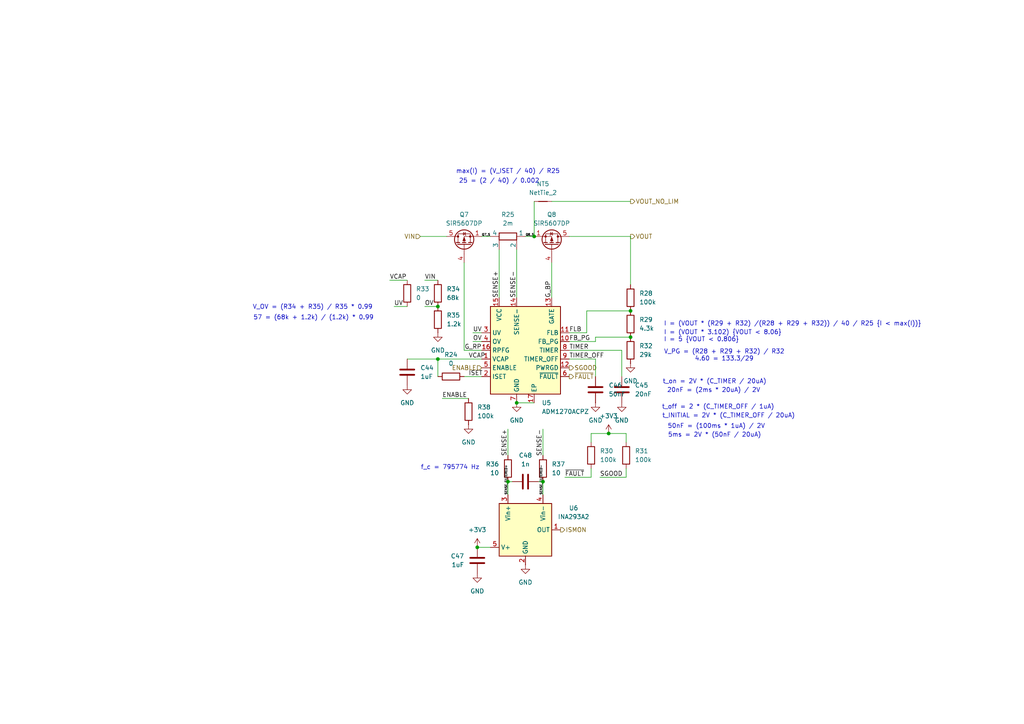
<source format=kicad_sch>
(kicad_sch (version 20231120) (generator "eeschema") (generator_version "8.0")
  (paper "A4")
  (lib_symbols
    (symbol "Amplifier_Current:INA281A2"
      (property "Reference" "U" (at -7.62 10.795 0))
      (property "Value" "INA281A2" (at -7.62 8.89 0))
      (symbol "INA281A2_0_1"
        (rectangle (start -7.62 7.62) (end 7.62 -7.62) (stroke (width 0.254)) (fill (type background)))
      )
      (symbol "INA281A2_1_1"
        (pin output line (at 10.16 0 180) (length 2.54) (name "OUT") (number "1"))
        (pin power_in line (at 0 -10.16 90) (length 2.54) (name "GND") (number "2"))
        (pin input line (at -5.08 10.16 270) (length 2.54) (name "Vin+") (number "3"))
        (pin input line (at 5.08 10.16 270) (length 2.54) (name "Vin-") (number "4"))
        (pin power_in line (at -10.16 -5.08 0) (length 2.54) (name "V+") (number "5"))
      )
    )
    (symbol "Device:C" (pin_numbers hide) (pin_names (offset 0.254))
      (property "Reference" "C" (at 0.635 2.54 0))
      (property "Value" "C" (at 0.635 -2.54 0))
      (symbol "C_0_1"
        (polyline (pts (xy -2.032 -0.762) (xy 2.032 -0.762)) (stroke (width 0.508)))
        (polyline (pts (xy -2.032 0.762) (xy 2.032 0.762)) (stroke (width 0.508)))
      )
      (symbol "C_1_1"
        (pin passive line (at 0 3.81 270) (length 2.794) (name "~") (number "1"))
        (pin passive line (at 0 -3.81 90) (length 2.794) (name "~") (number "2"))
      )
    )
    (symbol "Device:NetTie_2" (pin_numbers hide) (pin_names (offset 0) hide) (in_bom no)
      (property "Reference" "NT" (at 0 1.27 0))
      (property "Value" "NetTie_2" (at 0 -1.27 0))
      (symbol "NetTie_2_0_1"
        (polyline (pts (xy -1.27 0) (xy 1.27 0)) (stroke (width 0.254)))
      )
      (symbol "NetTie_2_1_1"
        (pin passive line (at -2.54 0 0) (length 2.54) (name "1") (number "1"))
        (pin passive line (at 2.54 0 180) (length 2.54) (name "2") (number "2"))
      )
    )
    (symbol "Device:R" (pin_numbers hide) (pin_names (offset 0))
      (property "Reference" "R" (at 2.032 0 90))
      (property "Value" "R" (at 0 0 90))
      (symbol "R_0_1"
        (rectangle (start -1.016 -2.54) (end 1.016 2.54) (stroke (width 0.254)))
      )
      (symbol "R_1_1"
        (pin passive line (at 0 3.81 270) (length 1.27) (name "~") (number "1"))
        (pin passive line (at 0 -3.81 90) (length 1.27) (name "~") (number "2"))
      )
    )
    (symbol "Device:R_Shunt" (pin_numbers hide) (pin_names (offset 0))
      (property "Reference" "R" (at -4.445 0 90))
      (property "Value" "R_Shunt" (at -2.54 0 90))
      (symbol "R_Shunt_0_1"
        (rectangle (start -1.016 -2.54) (end 1.016 2.54) (stroke (width 0.254)))
        (polyline (pts (xy 0 -2.54) (xy 1.27 -2.54)))
        (polyline (pts (xy 1.27 2.54) (xy 0 2.54)))
      )
      (symbol "R_Shunt_1_1"
        (pin passive line (at 0 5.08 270) (length 2.54) (name "1") (number "1"))
        (pin passive line (at 3.81 2.54 180) (length 2.54) (name "2") (number "2"))
        (pin passive line (at 3.81 -2.54 180) (length 2.54) (name "3") (number "3"))
        (pin passive line (at 0 -5.08 90) (length 2.54) (name "4") (number "4"))
      )
    )
    (symbol "Power_Management:ADM1270ACPZ"
      (property "Reference" "U" (at -8.89 -15.24 0))
      (property "Value" "ADM1270ACPZ" (at 2.54 -15.24 0))
      (symbol "ADM1270ACPZ_0_1"
        (rectangle (start -10.16 12.7) (end 10.16 -12.7) (stroke (width 0.254)) (fill (type background)))
      )
      (symbol "ADM1270ACPZ_1_0"
        (pin passive line (at 2.54 -15.24 90) (length 2.54) (name "EP") (number "17"))
        (pin power_in line (at -2.54 -15.24 90) (length 2.54) (name "GND") (number "7"))
      )
      (symbol "ADM1270ACPZ_1_1"
        (pin power_out line (at -12.7 -2.54 0) (length 2.54) (name "VCAP") (number "1"))
        (pin input line (at 12.7 2.54 180) (length 2.54) (name "FB_PG") (number "10"))
        (pin input line (at 12.7 5.08 180) (length 2.54) (name "FLB") (number "11"))
        (pin open_collector line (at 12.7 -5.08 180) (length 2.54) (name "PWRGD") (number "12"))
        (pin output line (at 7.62 15.24 270) (length 2.54) (name "GATE") (number "13"))
        (pin input line (at -2.54 15.24 270) (length 2.54) (name "SENSE-") (number "14"))
        (pin power_in line (at -7.62 15.24 270) (length 2.54) (name "VCC") (number "15"))
        (pin output line (at -12.7 0 0) (length 2.54) (name "RPFG") (number "16"))
        (pin input line (at -12.7 -7.62 0) (length 2.54) (name "ISET") (number "2"))
        (pin input line (at -12.7 5.08 0) (length 2.54) (name "UV") (number "3"))
        (pin input line (at -12.7 2.54 0) (length 2.54) (name "OV") (number "4"))
        (pin input line (at -12.7 -5.08 0) (length 2.54) (name "ENABLE") (number "5"))
        (pin open_collector line (at 12.7 -7.62 180) (length 2.54) (name "~{FAULT}") (number "6"))
        (pin input line (at 12.7 0 180) (length 2.54) (name "TIMER") (number "8"))
        (pin input line (at 12.7 -2.54 180) (length 2.54) (name "TIMER_OFF") (number "9"))
      )
    )
    (symbol "Transistor_FET:AON6411" (pin_names hide)
      (property "Reference" "Q" (at 5.08 1.905 0))
      (property "Value" "AON6411" (at 5.08 0 0))
      (symbol "AON6411_0_1"
        (polyline (pts (xy 0.254 0) (xy -2.54 0)))
        (polyline (pts (xy 0.254 1.905) (xy 0.254 -1.905)) (stroke (width 0.254)))
        (polyline (pts (xy 0.762 -1.27) (xy 0.762 -2.286)) (stroke (width 0.254)))
        (polyline (pts (xy 0.762 0.508) (xy 0.762 -0.508)) (stroke (width 0.254)))
        (polyline (pts (xy 0.762 2.286) (xy 0.762 1.27)) (stroke (width 0.254)))
        (polyline (pts (xy 2.54 2.54) (xy 2.54 1.778)))
        (polyline (pts (xy 2.54 -2.54) (xy 2.54 0) (xy 0.762 0)))
        (polyline (pts (xy 0.762 1.778) (xy 3.302 1.778) (xy 3.302 -1.778) (xy 0.762 -1.778)))
        (polyline (pts (xy 2.286 0) (xy 1.27 0.381) (xy 1.27 -0.381) (xy 2.286 0)) (fill (type outline)))
        (polyline (pts (xy 2.794 -0.508) (xy 2.921 -0.381) (xy 3.683 -0.381) (xy 3.81 -0.254)))
        (polyline (pts (xy 3.302 -0.381) (xy 2.921 0.254) (xy 3.683 0.254) (xy 3.302 -0.381)))
        (circle (center 1.651 0) (radius 2.794) (stroke (width 0.254)))
        (circle (center 2.54 -1.778) (radius 0.254) (fill (type outline)))
        (circle (center 2.54 1.778) (radius 0.254) (fill (type outline)))
      )
      (symbol "AON6411_1_1"
        (pin passive line (at 2.54 -5.08 90) (length 2.54) (name "S") (number "1"))
        (pin passive line (at 2.54 -5.08 90) (length 2.54) hide (name "S") (number "2"))
        (pin passive line (at 2.54 -5.08 90) (length 2.54) hide (name "S") (number "3"))
        (pin input line (at -5.08 0 0) (length 2.54) (name "G") (number "4"))
        (pin passive line (at 2.54 5.08 270) (length 2.54) (name "D") (number "5"))
      )
    )
    (symbol "power:+3V3" (power) (pin_numbers hide) (pin_names (offset 0) hide)
      (property "Value" "+3V3" (at 0 3.556 0))
      (symbol "+3V3_0_1"
        (polyline (pts (xy -0.762 1.27) (xy 0 2.54)))
        (polyline (pts (xy 0 0) (xy 0 2.54)))
        (polyline (pts (xy 0 2.54) (xy 0.762 1.27)))
      )
      (symbol "+3V3_1_1"
        (pin power_in line (at 0 0 90) (length 0) (name "~") (number "1"))
      )
    )
    (symbol "power:GND" (power) (pin_numbers hide) (pin_names (offset 0) hide)
      (property "Value" "GND" (at 0 -3.81 0))
      (symbol "GND_0_1"
        (polyline (pts (xy 0 0) (xy 0 -1.27) (xy 1.27 -1.27) (xy 0 -2.54) (xy -1.27 -1.27) (xy 0 -1.27)))
      )
      (symbol "GND_1_1"
        (pin power_in line (at 0 0 270) (length 0) (name "~") (number "1"))
      )
    )
  )
  (junction (at 157.48 139.7))
  (junction (at 176.53 125.73))
  (junction (at 149.86 116.84))
  (junction (at 182.88 90.17))
  (junction (at 127 104.14))
  (junction (at 127 88.9))
  (junction (at 154.94 68.58))
  (junction (at 138.43 158.75))
  (junction (at 182.88 97.79))
  (junction (at 147.32 139.7))
  (wire (pts (xy 172.72 104.14) (xy 172.72 109.22)))
  (wire (pts (xy 154.94 58.42) (xy 154.94 68.58)))
  (wire (pts (xy 113.03 81.28) (xy 118.11 81.28)))
  (wire (pts (xy 157.48 139.7) (xy 157.48 143.51)))
  (wire (pts (xy 181.61 125.73) (xy 181.61 128.27)))
  (wire (pts (xy 147.32 139.7) (xy 148.59 139.7)))
  (wire (pts (xy 139.7 68.58) (xy 142.24 68.58)))
  (wire (pts (xy 165.1 96.52) (xy 170.18 96.52)))
  (wire (pts (xy 171.45 138.43) (xy 171.45 135.89)))
  (wire (pts (xy 152.4 68.58) (xy 154.94 68.58)))
  (wire (pts (xy 160.02 86.36) (xy 160.02 76.2)))
  (wire (pts (xy 149.86 116.84) (xy 154.94 116.84)))
  (wire (pts (xy 144.78 86.36) (xy 144.78 72.39)))
  (wire (pts (xy 137.16 99.06) (xy 139.7 99.06)))
  (wire (pts (xy 165.1 101.6) (xy 180.34 101.6)))
  (wire (pts (xy 134.62 101.6) (xy 134.62 76.2)))
  (wire (pts (xy 157.48 124.46) (xy 157.48 132.08)))
  (wire (pts (xy 118.11 104.14) (xy 127 104.14)))
  (wire (pts (xy 160.02 58.42) (xy 182.88 58.42)))
  (wire (pts (xy 149.86 72.39) (xy 149.86 86.36)))
  (wire (pts (xy 114.3 88.9) (xy 118.11 88.9)))
  (wire (pts (xy 171.45 125.73) (xy 171.45 128.27)))
  (wire (pts (xy 127 104.14) (xy 127 109.22)))
  (wire (pts (xy 139.7 101.6) (xy 134.62 101.6)))
  (wire (pts (xy 176.53 125.73) (xy 181.61 125.73)))
  (wire (pts (xy 180.34 101.6) (xy 180.34 109.22)))
  (wire (pts (xy 123.19 88.9) (xy 127 88.9)))
  (wire (pts (xy 170.18 90.17) (xy 170.18 96.52)))
  (wire (pts (xy 182.88 68.58) (xy 182.88 82.55)))
  (wire (pts (xy 128.27 115.57) (xy 135.89 115.57)))
  (wire (pts (xy 137.16 96.52) (xy 139.7 96.52)))
  (wire (pts (xy 173.99 138.43) (xy 181.61 138.43)))
  (wire (pts (xy 165.1 104.14) (xy 172.72 104.14)))
  (wire (pts (xy 170.18 90.17) (xy 182.88 90.17)))
  (wire (pts (xy 147.32 139.7) (xy 147.32 143.51)))
  (wire (pts (xy 182.88 97.79) (xy 172.72 97.79)))
  (wire (pts (xy 181.61 138.43) (xy 181.61 135.89)))
  (wire (pts (xy 165.1 68.58) (xy 182.88 68.58)))
  (wire (pts (xy 147.32 124.46) (xy 147.32 132.08)))
  (wire (pts (xy 139.7 104.14) (xy 127 104.14)))
  (wire (pts (xy 129.54 68.58) (xy 121.92 68.58)))
  (wire (pts (xy 138.43 158.75) (xy 142.24 158.75)))
  (wire (pts (xy 163.83 138.43) (xy 171.45 138.43)))
  (wire (pts (xy 156.21 139.7) (xy 157.48 139.7)))
  (wire (pts (xy 134.62 109.22) (xy 139.7 109.22)))
  (wire (pts (xy 171.45 125.73) (xy 176.53 125.73)))
  (wire (pts (xy 123.19 81.28) (xy 127 81.28)))
  (wire (pts (xy 172.72 97.79) (xy 172.72 99.06)))
  (wire (pts (xy 165.1 99.06) (xy 172.72 99.06)))
  (text "57 = (68k + 1.2k) / (1.2k) * 0.99" (at 90.932 92.202 0) (effects (font (size 1.27 1.27))))
  (text "I = (VOUT * (R29 + R32) /(R28 + R29 + R32)) / 40 / R25 {I < max(I))}" (at 192.532 93.98 0) (effects (font (size 1.27 1.27)) (justify left)))
  (text "V_OV = (R34 + R35) / R35 * 0.99" (at 90.678 89.154 0) (effects (font (size 1.27 1.27))))
  (text "t_off = 2 * (C_TIMER_OFF / 1uA)\n\n" (at 208.28 119.126 0) (effects (font (size 1.27 1.27))))
  (text "t_on = 2V * (C_TIMER / 20uA)\n" (at 207.264 110.744 0) (effects (font (size 1.27 1.27))))
  (text "V_PG = (R28 + R29 + R32) / R32\n4.60 = 133.3/29" (at 210.058 103.124 0) (effects (font (size 1.27 1.27))))
  (text "5ms = 2V * (50nF / 20uA)" (at 207.264 126.238 0) (effects (font (size 1.27 1.27))))
  (text "max(I) = (V_ISET / 40) / R25\n\n" (at 147.32 50.8 0) (effects (font (size 1.27 1.27))))
  (text "f_c = 795774 Hz" (at 130.556 135.636 0) (effects (font (size 1.27 1.27))))
  (text "I = (VOUT * 3.102) {VOUT < 8.06}\nI = 5 {VOUT < 0.806}" (at 192.532 97.536 0) (effects (font (size 1.27 1.27)) (justify left)))
  (text "50nF = (100ms * 1uA) / 2V" (at 207.772 123.698 0) (effects (font (size 1.27 1.27))))
  (text "25 = (2 / 40) / 0.002\n\n" (at 144.78 53.594 0) (effects (font (size 1.27 1.27))))
  (text "t_INITIAL = 2V * (C_TIMER_OFF / 20uA)" (at 211.328 120.65 0) (effects (font (size 1.27 1.27))))
  (text "20nF = (2ms * 20uA) / 2V" (at 207.01 113.284 0) (effects (font (size 1.27 1.27))))
  (label "TIMER_OFF" (at 165.1 104.14 0))
  (label "Q8_S" (at 152.4 68.58 0) (effects (font (size 0.635 0.635))))
  (label "VCAP" (at 113.03 81.28 0))
  (label "Q7_S" (at 139.7 68.58 0) (effects (font (size 0.635 0.635))))
  (label "SENSE+" (at 144.78 86.36 90))
  (label "SENSE_FILTERED+" (at 147.32 143.51 90) (effects (font (size 0.635 0.635))))
  (label "~{FAULT}" (at 163.83 138.43 0))
  (label "SENSE_FILTERED-" (at 157.48 143.51 90) (effects (font (size 0.635 0.635))))
  (label "ISET" (at 135.89 109.22 0))
  (label "OV" (at 123.19 88.9 0))
  (label "VCAP" (at 135.89 104.14 0))
  (label "G_BP" (at 160.02 86.36 90))
  (label "FLB" (at 165.1 96.52 0))
  (label "TIMER" (at 165.1 101.6 0))
  (label "SENSE-" (at 157.48 124.46 270))
  (label "FB_PG" (at 165.1 99.06 0))
  (label "UV" (at 137.16 96.52 0))
  (label "SGOOD" (at 173.99 138.43 0))
  (label "SENSE-" (at 149.86 86.36 90))
  (label "OV" (at 137.16 99.06 0))
  (label "ENABLE" (at 128.27 115.57 0))
  (label "VIN" (at 123.19 81.28 0))
  (label "UV" (at 114.3 88.9 0))
  (label "G_RP" (at 139.7 101.6 180))
  (label "SENSE+" (at 147.32 124.46 270))
  (hierarchical_label "VOUT" (shape output) (at 182.88 68.58 0))
  (hierarchical_label "VIN" (shape input) (at 121.92 68.58 180))
  (hierarchical_label "ISMON" (shape output) (at 162.56 153.67 0))
  (hierarchical_label "~{FAULT}" (shape output) (at 165.1 109.22 0))
  (hierarchical_label "SGOOD" (shape output) (at 165.1 106.68 0))
  (hierarchical_label "ENABLE" (shape input) (at 139.7 106.68 180))
  (hierarchical_label "VOUT_NO_LIM" (shape output) (at 182.88 58.42 0))
  (symbol (lib_id "power:+3V3") (at 176.53 125.73 0) (unit 1)
    (property "Reference" "#PWR013" (effects (hide yes)))
    (property "Value" "+3V3" (at 176.53 120.65 0))
    (property "Description" "Power symbol creates a global label with name \"+3V3\"" (effects (hide yes)))
  )
  (symbol (lib_id "Device:R") (at 182.88 86.36 180) (unit 1)
    (property "Reference" "R28" (at 185.42 85.0899 0) (effects (justify right)))
    (property "Value" "100k" (at 185.42 87.6299 0) (effects (justify right)))
    (property "Description" "Resistor" (effects (hide yes)))
  )
  (symbol (lib_id "Device:R") (at 171.45 132.08 180) (unit 1)
    (property "Reference" "R30" (at 173.99 130.8099 0) (effects (justify right)))
    (property "Value" "100k" (at 173.99 133.3499 0) (effects (justify right)))
    (property "Description" "Resistor" (effects (hide yes)))
  )
  (symbol (lib_id "Device:R") (at 118.11 85.09 180) (unit 1)
    (property "Reference" "R33" (at 120.65 83.8199 0) (effects (justify right)))
    (property "Value" "0" (at 120.65 86.3599 0) (effects (justify right)))
    (property "Description" "Resistor" (effects (hide yes)))
  )
  (symbol (lib_id "power:GND") (at 127 96.52 0) (unit 1)
    (property "Reference" "#PWR041" (effects (hide yes)))
    (property "Value" "GND" (at 127 101.6 0))
    (property "Description" "Power symbol creates a global label with name \"GND\" , ground" (effects (hide yes)))
  )
  (symbol (lib_id "Transistor_FET:AON6411") (at 134.62 71.12 90) (unit 1)
    (property "Reference" "Q7" (at 134.62 62.23 90))
    (property "Value" "SiR5607DP" (at 134.62 64.77 90))
    (property "Footprint" "Package_DFN_QFN:AO_DFN-8-1EP_5.55x5.2mm_P1.27mm_EP4.12x4.6mm" (effects (hide yes)))
    (property "Datasheet" "https://www.vishay.com/docs/62247/sir5607dp.pdf" (effects (hide yes)))
    (property "Sim.Device" "PMOS" (effects (hide yes)))
    (property "Sim.Type" "VDMOS" (effects (hide yes)))
    (property "Sim.Pins" "1=D 2=G 3=S" (effects (hide yes)))
  )
  (symbol (lib_id "Device:R") (at 130.81 109.22 90) (unit 1)
    (property "Reference" "R24" (at 130.81 102.87 90))
    (property "Value" "0" (at 130.81 105.41 90))
    (property "Description" "Resistor" (effects (hide yes)))
  )
  (symbol (lib_id "Device:C") (at 118.11 107.95 0) (unit 1)
    (property "Reference" "C44" (at 121.92 106.6799 0) (effects (justify left)))
    (property "Value" "1uF" (at 121.92 109.2199 0) (effects (justify left)))
    (property "Description" "Unpolarized capacitor" (effects (hide yes)))
  )
  (symbol (lib_id "Device:R") (at 127 92.71 180) (unit 1)
    (property "Reference" "R35" (at 129.54 91.4399 0) (effects (justify right)))
    (property "Value" "1.2k" (at 129.54 93.9799 0) (effects (justify right)))
    (property "Description" "Resistor" (effects (hide yes)))
  )
  (symbol (lib_id "Device:R") (at 157.48 135.89 180) (unit 1)
    (property "Reference" "R37" (at 160.02 134.6199 0) (effects (justify right)))
    (property "Value" "10" (at 160.02 137.1599 0) (effects (justify right)))
    (property "Description" "Resistor" (effects (hide yes)))
  )
  (symbol (lib_id "Power_Management:ADM1270ACPZ") (at 152.4 101.6 0) (unit 1)
    (property "Reference" "U5" (at 157.1341 116.84 0) (effects (justify left)))
    (property "Value" "ADM1270ACPZ" (at 157.1341 119.38 0) (effects (justify left)))
    (property "Footprint" "Package_CSP:LFCSP-16-1EP_3x3mm_P0.5mm_EP1.5x1.5mm" (effects (hide yes)))
    (property "Datasheet" "https://www.analog.com/media/en/technical-documentation/data-sheets/ADM1270.pdf" (effects (hide yes)))
    (property "Description" "High Voltage Input Protection Device" (effects (hide yes)))
  )
  (symbol (lib_id "Amplifier_Current:INA281A2") (at 152.4 153.67 0) (unit 1)
    (property "Reference" "U6" (at 166.37 147.3514 0))
    (property "Value" "INA293A2" (at 166.37 149.8914 0))
    (property "Footprint" "Package_TO_SOT_SMD:SOT-23-5" (effects (hide yes)))
    (property "Datasheet" "https://www.ti.com/lit/ds/symlink/ina293.pdf" (effects (hide yes)))
    (property "Description" "-4...+110V High Voltage Current Shunt Monitor, 50V/V gain, 1.3 MHz bandwidth,  2.7..20Vcc, 55uV offset voltage, SOT-23-5" (effects (hide yes)))
  )
  (symbol (lib_id "Transistor_FET:AON6411") (at 160.02 71.12 270) (mirror x) (unit 1)
    (property "Reference" "Q8" (at 160.02 62.23 90))
    (property "Value" "SiR5607DP" (at 160.02 64.77 90))
    (property "Footprint" "Package_DFN_QFN:AO_DFN-8-1EP_5.55x5.2mm_P1.27mm_EP4.12x4.6mm" (effects (hide yes)))
    (property "Datasheet" "https://www.vishay.com/docs/62247/sir5607dp.pdf" (effects (hide yes)))
    (property "Sim.Device" "PMOS" (effects (hide yes)))
    (property "Sim.Type" "VDMOS" (effects (hide yes)))
    (property "Sim.Pins" "1=D 2=G 3=S" (effects (hide yes)))
  )
  (symbol (lib_id "Device:R") (at 127 85.09 180) (unit 1)
    (property "Reference" "R34" (at 129.54 83.8199 0) (effects (justify right)))
    (property "Value" "68k" (at 129.54 86.3599 0) (effects (justify right)))
    (property "Description" "Resistor" (effects (hide yes)))
  )
  (symbol (lib_id "Device:C") (at 152.4 139.7 270) (unit 1)
    (property "Reference" "C48" (at 152.4 132.08 90))
    (property "Value" "1n" (at 152.4 134.62 90))
    (property "Description" "Unpolarized capacitor" (effects (hide yes)))
  )
  (symbol (lib_id "Device:R") (at 182.88 93.98 180) (unit 1)
    (property "Reference" "R29" (at 185.42 92.7099 0) (effects (justify right)))
    (property "Value" "4.3k" (at 185.42 95.2499 0) (effects (justify right)))
    (property "Description" "Resistor" (effects (hide yes)))
  )
  (symbol (lib_id "Device:R") (at 147.32 135.89 180) (unit 1)
    (property "Reference" "R36" (at 144.78 134.6199 0) (effects (justify left)))
    (property "Value" "10" (at 144.78 137.1599 0) (effects (justify left)))
    (property "Description" "Resistor" (effects (hide yes)))
  )
  (symbol (lib_id "Device:C") (at 172.72 113.03 0) (unit 1)
    (property "Reference" "C46" (at 176.53 111.7599 0) (effects (justify left)))
    (property "Value" "50nF" (at 176.53 114.2999 0) (effects (justify left)))
    (property "Description" "Unpolarized capacitor" (effects (hide yes)))
  )
  (symbol (lib_id "power:GND") (at 118.11 111.76 0) (unit 1)
    (property "Reference" "#PWR08" (effects (hide yes)))
    (property "Value" "GND" (at 118.11 116.84 0))
    (property "Description" "Power symbol creates a global label with name \"GND\" , ground" (effects (hide yes)))
  )
  (symbol (lib_id "power:GND") (at 180.34 116.84 0) (unit 1)
    (property "Reference" "#PWR020" (effects (hide yes)))
    (property "Value" "GND" (at 180.34 121.92 0))
    (property "Description" "Power symbol creates a global label with name \"GND\" , ground" (effects (hide yes)))
  )
  (symbol (lib_id "power:+3V3") (at 138.43 158.75 0) (unit 1)
    (property "Reference" "#PWR019" (effects (hide yes)))
    (property "Value" "+3V3" (at 138.43 153.67 0))
    (property "Description" "Power symbol creates a global label with name \"+3V3\"" (effects (hide yes)))
  )
  (symbol (lib_id "Device:NetTie_2") (at 157.48 58.42 180) (unit 1) (in_bom no)
    (property "Reference" "NT5" (at 157.48 53.34 0))
    (property "Value" "NetTie_2" (at 157.48 55.88 0))
    (property "Description" "Net tie, 2 pins" (effects (hide yes)))
  )
  (symbol (lib_id "power:GND") (at 135.89 123.19 0) (unit 1)
    (property "Reference" "#PWR046" (effects (hide yes)))
    (property "Value" "GND" (at 135.89 128.27 0))
    (property "Description" "Power symbol creates a global label with name \"GND\" , ground" (effects (hide yes)))
  )
  (symbol (lib_id "power:GND") (at 152.4 163.83 0) (unit 1)
    (property "Reference" "#PWR038" (effects (hide yes)))
    (property "Value" "GND" (at 152.4 168.91 0))
    (property "Description" "Power symbol creates a global label with name \"GND\" , ground" (effects (hide yes)))
  )
  (symbol (lib_id "Device:C") (at 180.34 113.03 0) (unit 1)
    (property "Reference" "C45" (at 184.15 111.7599 0) (effects (justify left)))
    (property "Value" "20nF" (at 184.15 114.2999 0) (effects (justify left)))
    (property "Description" "Unpolarized capacitor" (effects (hide yes)))
  )
  (symbol (lib_id "Device:C") (at 138.43 162.56 0) (unit 1)
    (property "Reference" "C47" (at 134.62 161.2899 0) (effects (justify right)))
    (property "Value" "1uF" (at 134.62 163.8299 0) (effects (justify right)))
    (property "Description" "Unpolarized capacitor" (effects (hide yes)))
  )
  (symbol (lib_id "Device:R") (at 181.61 132.08 180) (unit 1)
    (property "Reference" "R31" (at 184.15 130.8099 0) (effects (justify right)))
    (property "Value" "100k" (at 184.15 133.3499 0) (effects (justify right)))
    (property "Description" "Resistor" (effects (hide yes)))
  )
  (symbol (lib_id "Device:R") (at 135.89 119.38 180) (unit 1)
    (property "Reference" "R38" (at 138.43 118.1099 0) (effects (justify right)))
    (property "Value" "100k" (at 138.43 120.6499 0) (effects (justify right)))
    (property "Description" "Resistor" (effects (hide yes)))
  )
  (symbol (lib_id "Device:R") (at 182.88 101.6 180) (unit 1)
    (property "Reference" "R32" (at 185.42 100.3299 0) (effects (justify right)))
    (property "Value" "29k" (at 185.42 102.8699 0) (effects (justify right)))
    (property "Description" "Resistor" (effects (hide yes)))
  )
  (symbol (lib_id "power:GND") (at 149.86 116.84 0) (unit 1)
    (property "Reference" "#PWR06" (effects (hide yes)))
    (property "Value" "GND" (at 149.86 121.92 0))
    (property "Description" "Power symbol creates a global label with name \"GND\" , ground" (effects (hide yes)))
  )
  (symbol (lib_id "power:GND") (at 172.72 116.84 0) (unit 1)
    (property "Reference" "#PWR017" (effects (hide yes)))
    (property "Value" "GND" (at 172.72 121.92 0))
    (property "Description" "Power symbol creates a global label with name \"GND\" , ground" (effects (hide yes)))
  )
  (symbol (lib_id "Device:R_Shunt") (at 147.32 68.58 270) (unit 1)
    (property "Reference" "R25" (at 147.32 62.23 90))
    (property "Value" "2m" (at 147.32 64.77 90))
    (property "Footprint" "Resistor_THT:R_Axial_Shunt_L22.2mm_W8.0mm_PS14.30mm_P25.40mm" (effects (hide yes)))
    (property "Description" "Shunt resistor" (effects (hide yes)))
  )
  (symbol (lib_id "power:GND") (at 182.88 105.41 0) (unit 1)
    (property "Reference" "#PWR010" (effects (hide yes)))
    (property "Value" "GND" (at 182.88 110.49 0))
    (property "Description" "Power symbol creates a global label with name \"GND\" , ground" (effects (hide yes)))
  )
  (symbol (lib_id "power:GND") (at 138.43 166.37 0) (unit 1)
    (property "Reference" "#PWR022" (effects (hide yes)))
    (property "Value" "GND" (at 138.43 171.45 0))
    (property "Description" "Power symbol creates a global label with name \"GND\" , ground" (effects (hide yes)))
  )
)
</source>
